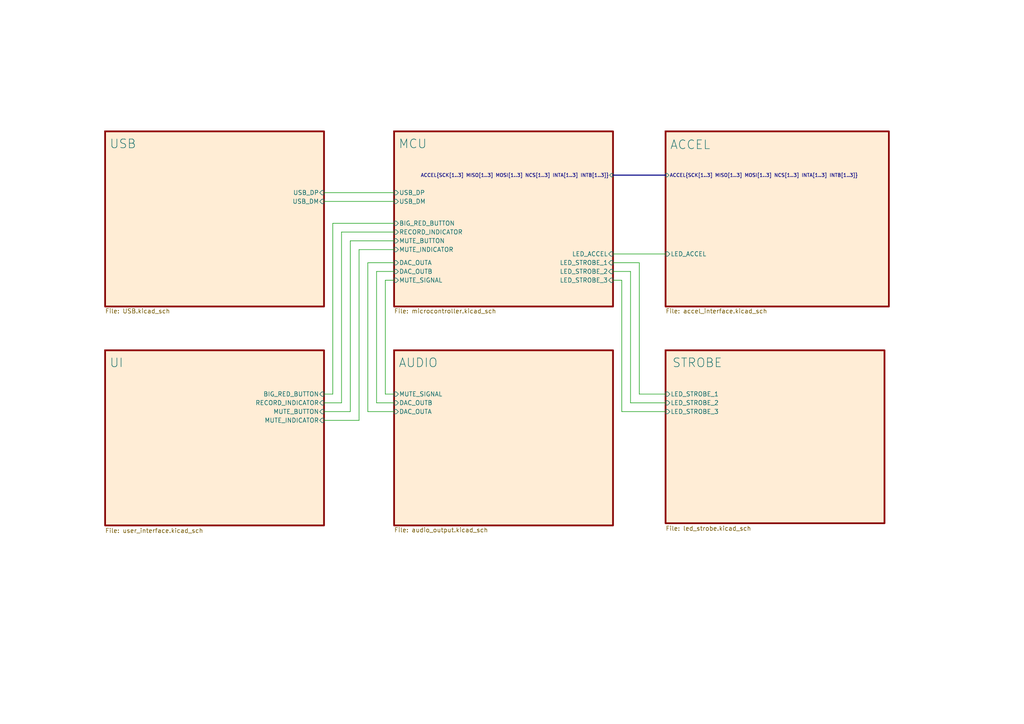
<source format=kicad_sch>
(kicad_sch
	(version 20231120)
	(generator "eeschema")
	(generator_version "8.0")
	(uuid "18de6987-156a-4b34-871e-cbbe1d261986")
	(paper "A4")
	(lib_symbols)
	(wire
		(pts
			(xy 185.42 114.3) (xy 193.04 114.3)
		)
		(stroke
			(width 0)
			(type default)
		)
		(uuid "02c1000e-c231-45ac-ba55-c5165954ca7b")
	)
	(wire
		(pts
			(xy 93.98 121.92) (xy 104.14 121.92)
		)
		(stroke
			(width 0)
			(type default)
		)
		(uuid "0572b8ac-a06e-4a11-9180-500055abc06c")
	)
	(wire
		(pts
			(xy 93.98 116.84) (xy 99.06 116.84)
		)
		(stroke
			(width 0)
			(type default)
		)
		(uuid "08967897-d2c8-4689-845b-786d61a1eda0")
	)
	(wire
		(pts
			(xy 182.88 78.74) (xy 182.88 116.84)
		)
		(stroke
			(width 0)
			(type default)
		)
		(uuid "12bafcbb-cf3f-4ea5-854d-c3be6a675991")
	)
	(wire
		(pts
			(xy 93.98 58.42) (xy 114.3 58.42)
		)
		(stroke
			(width 0)
			(type default)
		)
		(uuid "1a346b92-c5d2-4466-9e4e-7598edd2f630")
	)
	(wire
		(pts
			(xy 99.06 67.31) (xy 114.3 67.31)
		)
		(stroke
			(width 0)
			(type default)
		)
		(uuid "344a2c1a-d377-44e7-8c46-ac6d94942d90")
	)
	(wire
		(pts
			(xy 109.22 78.74) (xy 109.22 116.84)
		)
		(stroke
			(width 0)
			(type default)
		)
		(uuid "39a9ffb2-440d-4479-9e72-b393be50770d")
	)
	(wire
		(pts
			(xy 104.14 72.39) (xy 114.3 72.39)
		)
		(stroke
			(width 0)
			(type default)
		)
		(uuid "3ba35119-4895-48ee-89b8-3f78af825b15")
	)
	(wire
		(pts
			(xy 114.3 76.2) (xy 106.68 76.2)
		)
		(stroke
			(width 0)
			(type default)
		)
		(uuid "5450a6b9-8c1e-4fc3-b41b-299bd20c710f")
	)
	(wire
		(pts
			(xy 109.22 116.84) (xy 114.3 116.84)
		)
		(stroke
			(width 0)
			(type default)
		)
		(uuid "57ae4567-d000-4e3a-a213-d5d760bf997b")
	)
	(wire
		(pts
			(xy 177.8 73.66) (xy 193.04 73.66)
		)
		(stroke
			(width 0)
			(type default)
		)
		(uuid "5f2c00f0-6ddf-494f-ae54-70c74d9abdad")
	)
	(wire
		(pts
			(xy 96.52 64.77) (xy 96.52 114.3)
		)
		(stroke
			(width 0)
			(type default)
		)
		(uuid "6075a2b8-0bdc-4bc2-9b06-9b5801798b1b")
	)
	(wire
		(pts
			(xy 111.76 114.3) (xy 114.3 114.3)
		)
		(stroke
			(width 0)
			(type default)
		)
		(uuid "66129959-0e86-4aaf-bf72-53f450191446")
	)
	(wire
		(pts
			(xy 177.8 81.28) (xy 180.34 81.28)
		)
		(stroke
			(width 0)
			(type default)
		)
		(uuid "67d35cd4-d45b-4294-8372-95e0a9d6d74f")
	)
	(wire
		(pts
			(xy 101.6 69.85) (xy 114.3 69.85)
		)
		(stroke
			(width 0)
			(type default)
		)
		(uuid "712b5c7a-c298-4297-ab73-d53bde4d8c37")
	)
	(wire
		(pts
			(xy 101.6 119.38) (xy 93.98 119.38)
		)
		(stroke
			(width 0)
			(type default)
		)
		(uuid "7726bece-cab9-4f16-bfb6-6a9de60cb97a")
	)
	(wire
		(pts
			(xy 96.52 114.3) (xy 93.98 114.3)
		)
		(stroke
			(width 0)
			(type default)
		)
		(uuid "7a16893f-6c00-4bf5-9c41-0a32d9cfd670")
	)
	(wire
		(pts
			(xy 114.3 64.77) (xy 96.52 64.77)
		)
		(stroke
			(width 0)
			(type default)
		)
		(uuid "8a89e413-5ede-4c2c-9000-1b5c55c42f6b")
	)
	(bus
		(pts
			(xy 177.8 50.8) (xy 193.04 50.8)
		)
		(stroke
			(width 0)
			(type default)
		)
		(uuid "8aa26541-f5b3-46fe-9b8b-2c75885c63d2")
	)
	(wire
		(pts
			(xy 185.42 76.2) (xy 185.42 114.3)
		)
		(stroke
			(width 0)
			(type default)
		)
		(uuid "8ee88e53-c6bb-44a1-9215-faa57e2511ab")
	)
	(wire
		(pts
			(xy 177.8 76.2) (xy 185.42 76.2)
		)
		(stroke
			(width 0)
			(type default)
		)
		(uuid "98317a00-f7a6-4522-bedd-e41d233b90ea")
	)
	(wire
		(pts
			(xy 104.14 121.92) (xy 104.14 72.39)
		)
		(stroke
			(width 0)
			(type default)
		)
		(uuid "aa215a36-a7eb-4689-acfb-6d511c3ce857")
	)
	(wire
		(pts
			(xy 99.06 116.84) (xy 99.06 67.31)
		)
		(stroke
			(width 0)
			(type default)
		)
		(uuid "b0ccda00-2d5c-4292-9fb3-faacc2343304")
	)
	(wire
		(pts
			(xy 106.68 76.2) (xy 106.68 119.38)
		)
		(stroke
			(width 0)
			(type default)
		)
		(uuid "b3232bde-828f-4e40-80a9-654389dd230b")
	)
	(wire
		(pts
			(xy 182.88 116.84) (xy 193.04 116.84)
		)
		(stroke
			(width 0)
			(type default)
		)
		(uuid "b7504d0a-49c7-49a3-8871-07da80b98bac")
	)
	(wire
		(pts
			(xy 93.98 55.88) (xy 114.3 55.88)
		)
		(stroke
			(width 0)
			(type default)
		)
		(uuid "ca23b4ce-061c-46e0-a61d-f9cddf6c5ebd")
	)
	(wire
		(pts
			(xy 177.8 78.74) (xy 182.88 78.74)
		)
		(stroke
			(width 0)
			(type default)
		)
		(uuid "cb73db59-a4ec-492e-8bfe-c6fb5f63b7ae")
	)
	(wire
		(pts
			(xy 180.34 119.38) (xy 193.04 119.38)
		)
		(stroke
			(width 0)
			(type default)
		)
		(uuid "d208b53d-9633-4aa0-9c56-7eab7f10bcb9")
	)
	(wire
		(pts
			(xy 114.3 78.74) (xy 109.22 78.74)
		)
		(stroke
			(width 0)
			(type default)
		)
		(uuid "d79de58c-ae37-4e43-895b-b7c1e970aeed")
	)
	(wire
		(pts
			(xy 114.3 81.28) (xy 111.76 81.28)
		)
		(stroke
			(width 0)
			(type default)
		)
		(uuid "dd7b8304-43fe-4283-9b82-5c6724801545")
	)
	(wire
		(pts
			(xy 180.34 81.28) (xy 180.34 119.38)
		)
		(stroke
			(width 0)
			(type default)
		)
		(uuid "e8bb2731-bd83-4e6a-a7a0-f6bebfc18f17")
	)
	(wire
		(pts
			(xy 106.68 119.38) (xy 114.3 119.38)
		)
		(stroke
			(width 0)
			(type default)
		)
		(uuid "eabde036-d0ea-47dd-81b2-eda284e2978e")
	)
	(wire
		(pts
			(xy 101.6 69.85) (xy 101.6 119.38)
		)
		(stroke
			(width 0)
			(type default)
		)
		(uuid "f1bb7be6-229e-4fb0-b2e5-dc41a0070363")
	)
	(wire
		(pts
			(xy 111.76 81.28) (xy 111.76 114.3)
		)
		(stroke
			(width 0)
			(type default)
		)
		(uuid "f5dd926e-00c0-4eb6-94b1-1040ea18f191")
	)
	(sheet
		(at 114.3 38.1)
		(size 63.5 50.8)
		(stroke
			(width 0.5)
			(type solid)
		)
		(fill
			(color 255 220 173 0.5020)
		)
		(uuid "12588020-3bb6-4766-98bd-8aed38e60ec0")
		(property "Sheetname" "MCU"
			(at 115.57 43.18 0)
			(effects
				(font
					(size 2.54 2.54)
				)
				(justify left bottom)
			)
		)
		(property "Sheetfile" "microcontroller.kicad_sch"
			(at 114.3 89.4846 0)
			(effects
				(font
					(size 1.27 1.27)
				)
				(justify left top)
			)
		)
		(pin "ACCEL{SCK[1..3] MISO[1..3] MOSI[1..3] NCS[1..3] INTA[1..3] INTB[1..3]}"
			input
			(at 177.8 50.8 0
			)
			(effects
				(font
					(size 1 1)
				)
				(justify right)
			)
			(uuid "1cbebb4a-5a54-4539-9a31-717fd8fe1824")
		)
		(pin "USB_DM" input
			(at 114.3 58.42 180)
			(effects
				(font
					(size 1.27 1.27)
				)
				(justify left)
			)
			(uuid "a9eeb7d5-4357-48a1-83c7-d20d7877f7d8")
		)
		(pin "USB_DP" input
			(at 114.3 55.88 180)
			(effects
				(font
					(size 1.27 1.27)
				)
				(justify left)
			)
			(uuid "b02a3d26-7c42-4521-a1e8-574c4a79dcf2")
		)
		(pin "BIG_RED_BUTTON" input
			(at 114.3 64.77 180)
			(effects
				(font
					(size 1.27 1.27)
				)
				(justify left)
			)
			(uuid "84c14736-d616-40f5-a7c0-5fd53543bbef")
		)
		(pin "DAC_OUTA" input
			(at 114.3 76.2 180)
			(effects
				(font
					(size 1.27 1.27)
				)
				(justify left)
			)
			(uuid "f5ba185b-ec9f-4728-81fa-7c7b40718b16")
		)
		(pin "DAC_OUTB" input
			(at 114.3 78.74 180)
			(effects
				(font
					(size 1.27 1.27)
				)
				(justify left)
			)
			(uuid "ce9f082f-ae67-4065-974a-38a69845fd12")
		)
		(pin "MUTE_BUTTON" input
			(at 114.3 69.85 180)
			(effects
				(font
					(size 1.27 1.27)
				)
				(justify left)
			)
			(uuid "82cdf595-f083-40ce-a5b2-b7d81f67d8d9")
		)
		(pin "LED_ACCEL" input
			(at 177.8 73.66 0)
			(effects
				(font
					(size 1.27 1.27)
				)
				(justify right)
			)
			(uuid "8c6a5f0c-6c78-48a1-ab7b-b8eeebfc9dc9")
		)
		(pin "MUTE_SIGNAL" input
			(at 114.3 81.28 180)
			(effects
				(font
					(size 1.27 1.27)
				)
				(justify left)
			)
			(uuid "ce2dd59e-3e01-4afd-8422-ac88d1b30f61")
		)
		(pin "LED_STROBE_2" input
			(at 177.8 78.74 0)
			(effects
				(font
					(size 1.27 1.27)
				)
				(justify right)
			)
			(uuid "ff90b7de-f66f-4495-a711-0ba02bd46f69")
		)
		(pin "LED_STROBE_1" input
			(at 177.8 76.2 0)
			(effects
				(font
					(size 1.27 1.27)
				)
				(justify right)
			)
			(uuid "de1de945-b674-4361-ab80-0582ed4fae5f")
		)
		(pin "LED_STROBE_3" input
			(at 177.8 81.28 0)
			(effects
				(font
					(size 1.27 1.27)
				)
				(justify right)
			)
			(uuid "c41ecae9-a240-4179-a2af-762f9fd9ec8a")
		)
		(pin "MUTE_INDICATOR" input
			(at 114.3 72.39 180)
			(effects
				(font
					(size 1.27 1.27)
				)
				(justify left)
			)
			(uuid "7fc91218-eb4e-425c-908a-3d218f4dbfbc")
		)
		(pin "RECORD_INDICATOR" input
			(at 114.3 67.31 180)
			(effects
				(font
					(size 1.27 1.27)
				)
				(justify left)
			)
			(uuid "a5ba27cd-2dc4-4e3e-a657-2083e0b4fa06")
		)
		(instances
			(project "vibrometer_h7"
				(path "/18de6987-156a-4b34-871e-cbbe1d261986"
					(page "2")
				)
			)
		)
	)
	(sheet
		(at 30.48 101.6)
		(size 63.5 50.8)
		(stroke
			(width 0.5)
			(type solid)
		)
		(fill
			(color 255 220 173 0.5020)
		)
		(uuid "1264eea6-2da0-4b8c-9a4c-9121bcc9c76c")
		(property "Sheetname" "UI"
			(at 31.75 106.68 0)
			(effects
				(font
					(size 2.54 2.54)
				)
				(justify left bottom)
			)
		)
		(property "Sheetfile" "user_interface.kicad_sch"
			(at 30.48 153.1584 0)
			(effects
				(font
					(size 1.27 1.27)
				)
				(justify left top)
			)
		)
		(pin "BIG_RED_BUTTON" input
			(at 93.98 114.3 0)
			(effects
				(font
					(size 1.27 1.27)
				)
				(justify right)
			)
			(uuid "0e5eae5e-686b-42b1-b37a-a9be41717076")
		)
		(pin "MUTE_BUTTON" input
			(at 93.98 119.38 0)
			(effects
				(font
					(size 1.27 1.27)
				)
				(justify right)
			)
			(uuid "9584615b-0a01-4b75-ad53-8c9d2340cdf0")
		)
		(pin "MUTE_INDICATOR" input
			(at 93.98 121.92 0)
			(effects
				(font
					(size 1.27 1.27)
				)
				(justify right)
			)
			(uuid "eb5ac383-22e0-4d86-915a-f11592a288b3")
		)
		(pin "RECORD_INDICATOR" input
			(at 93.98 116.84 0)
			(effects
				(font
					(size 1.27 1.27)
				)
				(justify right)
			)
			(uuid "0ed307bc-d536-413a-a23f-2fc5a428683e")
		)
		(instances
			(project "vibrometer_h7"
				(path "/18de6987-156a-4b34-871e-cbbe1d261986"
					(page "5")
				)
			)
		)
	)
	(sheet
		(at 30.48 38.1)
		(size 63.5 50.8)
		(stroke
			(width 0.5)
			(type solid)
		)
		(fill
			(color 255 220 173 0.5000)
		)
		(uuid "4babb748-278e-4430-a66a-20cd9b0b193f")
		(property "Sheetname" "USB"
			(at 31.75 43.18 0)
			(effects
				(font
					(size 2.54 2.54)
				)
				(justify left bottom)
			)
		)
		(property "Sheetfile" "USB.kicad_sch"
			(at 30.48 89.4846 0)
			(effects
				(font
					(size 1.27 1.27)
				)
				(justify left top)
			)
		)
		(pin "USB_DM" input
			(at 93.98 58.42 0)
			(effects
				(font
					(size 1.27 1.27)
				)
				(justify right)
			)
			(uuid "ec0b2969-4566-427d-970e-943f51503293")
		)
		(pin "USB_DP" input
			(at 93.98 55.88 0)
			(effects
				(font
					(size 1.27 1.27)
				)
				(justify right)
			)
			(uuid "dd8ca9d0-3ede-4483-b086-7e9be0425357")
		)
		(instances
			(project "vibrometer_h7"
				(path "/18de6987-156a-4b34-871e-cbbe1d261986"
					(page "3")
				)
			)
		)
	)
	(sheet
		(at 193.04 101.6)
		(size 63.5 50.165)
		(stroke
			(width 0.5)
			(type solid)
		)
		(fill
			(color 255 220 173 0.5020)
		)
		(uuid "4fe48606-f27d-4ac1-8d68-53a5c8e78c55")
		(property "Sheetname" "STROBE"
			(at 194.945 106.68 0)
			(effects
				(font
					(size 2.54 2.54)
				)
				(justify left bottom)
			)
		)
		(property "Sheetfile" "led_strobe.kicad_sch"
			(at 193.04 152.5234 0)
			(effects
				(font
					(size 1.27 1.27)
				)
				(justify left top)
			)
		)
		(property "Field2" ""
			(at 193.04 101.6 0)
			(effects
				(font
					(size 1.27 1.27)
				)
				(hide yes)
			)
		)
		(pin "LED_STROBE_3" input
			(at 193.04 119.38 180)
			(effects
				(font
					(size 1.27 1.27)
				)
				(justify left)
			)
			(uuid "3d122a08-da1b-4282-b81c-f51fda1d83f8")
		)
		(pin "LED_STROBE_1" input
			(at 193.04 114.3 180)
			(effects
				(font
					(size 1.27 1.27)
				)
				(justify left)
			)
			(uuid "12df7d9d-839b-4200-9589-766f7fbc387d")
		)
		(pin "LED_STROBE_2" input
			(at 193.04 116.84 180)
			(effects
				(font
					(size 1.27 1.27)
				)
				(justify left)
			)
			(uuid "f6f53a1e-1867-4831-8651-c7ad744b07e7")
		)
		(instances
			(project "vibrometer_h7"
				(path "/18de6987-156a-4b34-871e-cbbe1d261986"
					(page "10")
				)
			)
		)
	)
	(sheet
		(at 193.04 38.1)
		(size 64.77 50.8)
		(stroke
			(width 0.5)
			(type solid)
		)
		(fill
			(color 255 220 173 0.5020)
		)
		(uuid "719d72ab-d813-461f-9482-52ce573716fd")
		(property "Sheetname" "ACCEL"
			(at 194.31 43.434 0)
			(effects
				(font
					(size 2.54 2.54)
				)
				(justify left bottom)
			)
		)
		(property "Sheetfile" "accel_interface.kicad_sch"
			(at 193.04 89.4846 0)
			(effects
				(font
					(size 1.27 1.27)
				)
				(justify left top)
			)
		)
		(pin "ACCEL{SCK[1..3] MISO[1..3] MOSI[1..3] NCS[1..3] INTA[1..3] INTB[1..3]}"
			input
			(at 193.04 50.8 180
			)
			(effects
				(font
					(size 1 1)
				)
				(justify left)
			)
			(uuid "e8cb37c1-445c-453b-a11b-a1b97af55df5")
		)
		(pin "LED_ACCEL" input
			(at 193.04 73.66 180)
			(effects
				(font
					(size 1.27 1.27)
				)
				(justify left)
			)
			(uuid "60bd3eba-a934-40c1-950d-7ee64db24ba2")
		)
		(instances
			(project "vibrometer_h7"
				(path "/18de6987-156a-4b34-871e-cbbe1d261986"
					(page "4")
				)
			)
		)
	)
	(sheet
		(at 114.3 101.6)
		(size 63.5 50.8)
		(stroke
			(width 0.5)
			(type solid)
		)
		(fill
			(color 255 220 173 0.5020)
		)
		(uuid "baa2f8d8-a947-4685-9d57-97bd2d075f25")
		(property "Sheetname" "AUDIO"
			(at 115.57 106.68 0)
			(effects
				(font
					(size 2.54 2.54)
				)
				(justify left bottom)
			)
		)
		(property "Sheetfile" "audio_output.kicad_sch"
			(at 114.3 152.9846 0)
			(effects
				(font
					(size 1.27 1.27)
				)
				(justify left top)
			)
		)
		(pin "DAC_OUTB" input
			(at 114.3 116.84 180)
			(effects
				(font
					(size 1.27 1.27)
				)
				(justify left)
			)
			(uuid "c6d5c56a-e48f-48c5-9610-21f0be4a0fb9")
		)
		(pin "DAC_OUTA" input
			(at 114.3 119.38 180)
			(effects
				(font
					(size 1.27 1.27)
				)
				(justify left)
			)
			(uuid "94343b4b-cfce-48e3-b19a-3b305c20a1b0")
		)
		(pin "MUTE_SIGNAL" input
			(at 114.3 114.3 180)
			(effects
				(font
					(size 1.27 1.27)
				)
				(justify left)
			)
			(uuid "e6b1ea20-f980-4fb3-9a45-d5a5ebf6a1de")
		)
		(instances
			(project "vibrometer_h7"
				(path "/18de6987-156a-4b34-871e-cbbe1d261986"
					(page "9")
				)
			)
		)
	)
	(sheet_instances
		(path "/"
			(page "1")
		)
	)
)

</source>
